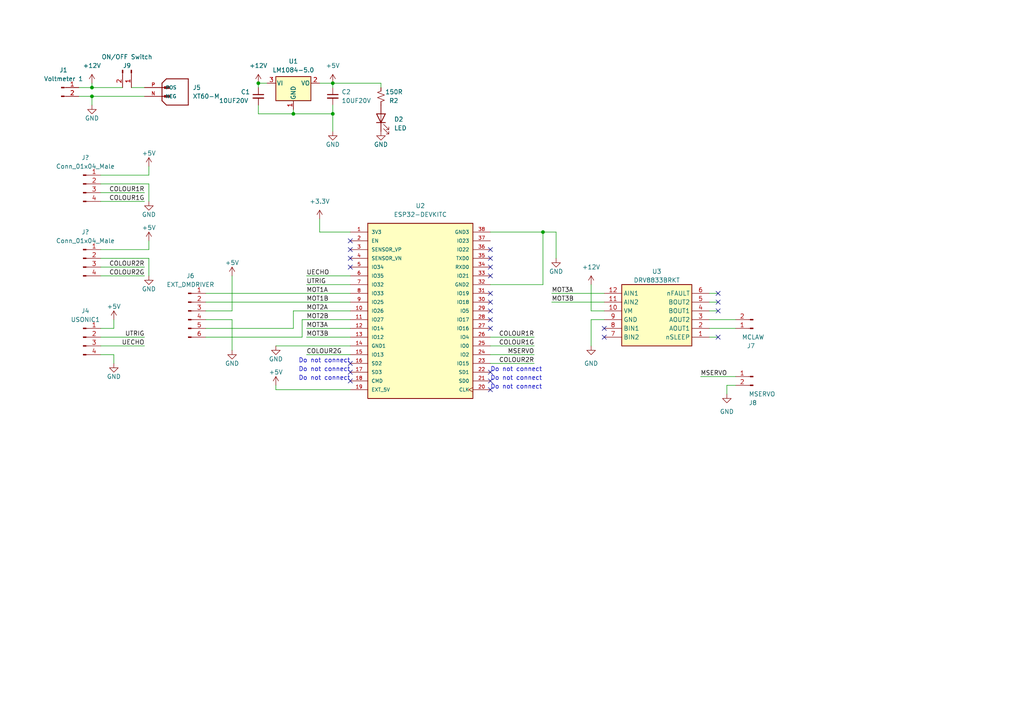
<source format=kicad_sch>
(kicad_sch (version 20211123) (generator eeschema)
  (paper "A4")
  (lib_symbols
    (symbol "Connector:Conn_01x02_Male" (pin_names (offset 1.016) hide)
      (property "Reference" "J" (at 0 2.54 0))
      (property "Value" "Conn_01x02_Male" (at 0 -5.08 0))
      (symbol "Conn_01x02_Male_1_1"
        (polyline (pts (xy 1.27 -2.54) (xy 0.8636 -2.54)) (stroke (width 0.1524)))
        (polyline (pts (xy 1.27 0) (xy 0.8636 0)) (stroke (width 0.1524)))
        (rectangle (start 0.8636 -2.413) (end 0 -2.667) (stroke (width 0.1524)) (fill (type outline)))
        (rectangle (start 0.8636 0.127) (end 0 -0.127) (stroke (width 0.1524)) (fill (type outline)))
        (pin passive line (at 5.08 0 180) (length 3.81) (name "Pin_1") (number "1"))
        (pin passive line (at 5.08 -2.54 180) (length 3.81) (name "Pin_2") (number "2"))
      )
    )
    (symbol "Connector:Conn_01x04_Male" (pin_names (offset 1.016) hide)
      (property "Reference" "J" (at 0 5.08 0))
      (property "Value" "Conn_01x04_Male" (at 0 -7.62 0))
      (symbol "Conn_01x04_Male_1_1"
        (polyline (pts (xy 1.27 -5.08) (xy 0.8636 -5.08)) (stroke (width 0.1524)))
        (polyline (pts (xy 1.27 -2.54) (xy 0.8636 -2.54)) (stroke (width 0.1524)))
        (polyline (pts (xy 1.27 0) (xy 0.8636 0)) (stroke (width 0.1524)))
        (polyline (pts (xy 1.27 2.54) (xy 0.8636 2.54)) (stroke (width 0.1524)))
        (rectangle (start 0.8636 -4.953) (end 0 -5.207) (stroke (width 0.1524)) (fill (type outline)))
        (rectangle (start 0.8636 -2.413) (end 0 -2.667) (stroke (width 0.1524)) (fill (type outline)))
        (rectangle (start 0.8636 0.127) (end 0 -0.127) (stroke (width 0.1524)) (fill (type outline)))
        (rectangle (start 0.8636 2.667) (end 0 2.413) (stroke (width 0.1524)) (fill (type outline)))
        (pin passive line (at 5.08 2.54 180) (length 3.81) (name "Pin_1") (number "1"))
        (pin passive line (at 5.08 0 180) (length 3.81) (name "Pin_2") (number "2"))
        (pin passive line (at 5.08 -2.54 180) (length 3.81) (name "Pin_3") (number "3"))
        (pin passive line (at 5.08 -5.08 180) (length 3.81) (name "Pin_4") (number "4"))
      )
    )
    (symbol "Connector:Conn_01x06_Male" (pin_names (offset 1.016) hide)
      (property "Reference" "J" (at 0 7.62 0))
      (property "Value" "Conn_01x06_Male" (at 0 -10.16 0))
      (symbol "Conn_01x06_Male_1_1"
        (polyline (pts (xy 1.27 -7.62) (xy 0.8636 -7.62)) (stroke (width 0.1524)))
        (polyline (pts (xy 1.27 -5.08) (xy 0.8636 -5.08)) (stroke (width 0.1524)))
        (polyline (pts (xy 1.27 -2.54) (xy 0.8636 -2.54)) (stroke (width 0.1524)))
        (polyline (pts (xy 1.27 0) (xy 0.8636 0)) (stroke (width 0.1524)))
        (polyline (pts (xy 1.27 2.54) (xy 0.8636 2.54)) (stroke (width 0.1524)))
        (polyline (pts (xy 1.27 5.08) (xy 0.8636 5.08)) (stroke (width 0.1524)))
        (rectangle (start 0.8636 -7.493) (end 0 -7.747) (stroke (width 0.1524)) (fill (type outline)))
        (rectangle (start 0.8636 -4.953) (end 0 -5.207) (stroke (width 0.1524)) (fill (type outline)))
        (rectangle (start 0.8636 -2.413) (end 0 -2.667) (stroke (width 0.1524)) (fill (type outline)))
        (rectangle (start 0.8636 0.127) (end 0 -0.127) (stroke (width 0.1524)) (fill (type outline)))
        (rectangle (start 0.8636 2.667) (end 0 2.413) (stroke (width 0.1524)) (fill (type outline)))
        (rectangle (start 0.8636 5.207) (end 0 4.953) (stroke (width 0.1524)) (fill (type outline)))
        (pin passive line (at 5.08 5.08 180) (length 3.81) (name "Pin_1") (number "1"))
        (pin passive line (at 5.08 2.54 180) (length 3.81) (name "Pin_2") (number "2"))
        (pin passive line (at 5.08 0 180) (length 3.81) (name "Pin_3") (number "3"))
        (pin passive line (at 5.08 -2.54 180) (length 3.81) (name "Pin_4") (number "4"))
        (pin passive line (at 5.08 -5.08 180) (length 3.81) (name "Pin_5") (number "5"))
        (pin passive line (at 5.08 -7.62 180) (length 3.81) (name "Pin_6") (number "6"))
      )
    )
    (symbol "DRV8833BRKT:DRV8833BRKT"
      (property "Reference" "U" (at 0 12.7 0))
      (property "Value" "DRV8833BRKT" (at 0 10.16 0))
      (symbol "DRV8833BRKT_0_1"
        (rectangle (start -10.16 8.89) (end 10.16 -8.89) (stroke (width 0.254)) (fill (type background)))
      )
      (symbol "DRV8833BRKT_1_1"
        (pin input line (at -15.24 6.35 0) (length 5.08) (name "nSLEEP") (number "1"))
        (pin power_in line (at 15.24 -1.27 180) (length 5.08) (name "VM") (number "10"))
        (pin input line (at 15.24 -3.81 180) (length 5.08) (name "AIN2") (number "11"))
        (pin input line (at 15.24 -6.35 180) (length 5.08) (name "AIN1") (number "12"))
        (pin power_out line (at -15.24 3.81 0) (length 5.08) (name "AOUT1") (number "2"))
        (pin power_out line (at -15.24 1.27 0) (length 5.08) (name "AOUT2") (number "3"))
        (pin power_out line (at -15.24 -1.27 0) (length 5.08) (name "BOUT1") (number "4"))
        (pin power_out line (at -15.24 -3.81 0) (length 5.08) (name "BOUT2") (number "5"))
        (pin open_collector line (at -15.24 -6.35 0) (length 5.08) (name "nFAULT") (number "6"))
        (pin input line (at 15.24 6.35 180) (length 5.08) (name "BIN2") (number "7"))
        (pin input line (at 15.24 3.81 180) (length 5.08) (name "BIN1") (number "8"))
        (pin power_in line (at 15.24 1.27 180) (length 5.08) (name "GND") (number "9"))
      )
    )
    (symbol "Device:C_Small" (pin_numbers hide) (pin_names (offset 0.254) hide)
      (property "Reference" "C" (at 0.254 1.778 0))
      (property "Value" "C_Small" (at 0.254 -2.032 0))
      (symbol "C_Small_0_1"
        (polyline (pts (xy -1.524 -0.508) (xy 1.524 -0.508)) (stroke (width 0.3302)))
        (polyline (pts (xy -1.524 0.508) (xy 1.524 0.508)) (stroke (width 0.3048)))
      )
      (symbol "C_Small_1_1"
        (pin passive line (at 0 2.54 270) (length 2.032) (name "~") (number "1"))
        (pin passive line (at 0 -2.54 90) (length 2.032) (name "~") (number "2"))
      )
    )
    (symbol "Device:LED" (pin_numbers hide) (pin_names (offset 1.016) hide)
      (property "Reference" "D" (at 0 2.54 0))
      (property "Value" "LED" (at 0 -2.54 0))
      (symbol "LED_0_1"
        (polyline (pts (xy -1.27 -1.27) (xy -1.27 1.27)) (stroke (width 0.254)))
        (polyline (pts (xy -1.27 0) (xy 1.27 0)))
        (polyline (pts (xy 1.27 -1.27) (xy 1.27 1.27) (xy -1.27 0) (xy 1.27 -1.27)) (stroke (width 0.254)))
        (polyline (pts (xy -3.048 -0.762) (xy -4.572 -2.286) (xy -3.81 -2.286) (xy -4.572 -2.286) (xy -4.572 -1.524)))
        (polyline (pts (xy -1.778 -0.762) (xy -3.302 -2.286) (xy -2.54 -2.286) (xy -3.302 -2.286) (xy -3.302 -1.524)))
      )
      (symbol "LED_1_1"
        (pin passive line (at -3.81 0 0) (length 2.54) (name "K") (number "1"))
        (pin passive line (at 3.81 0 180) (length 2.54) (name "A") (number "2"))
      )
    )
    (symbol "Device:R_Small_US" (pin_numbers hide) (pin_names (offset 0.254) hide)
      (property "Reference" "R" (at 0.762 0.508 0))
      (property "Value" "R_Small_US" (at 0.762 -1.016 0))
      (symbol "R_Small_US_1_1"
        (polyline (pts (xy 0 0) (xy 1.016 -0.381) (xy 0 -0.762) (xy -1.016 -1.143) (xy 0 -1.524)))
        (polyline (pts (xy 0 1.524) (xy 1.016 1.143) (xy 0 0.762) (xy -1.016 0.381) (xy 0 0)))
        (pin passive line (at 0 2.54 270) (length 1.016) (name "~") (number "1"))
        (pin passive line (at 0 -2.54 90) (length 1.016) (name "~") (number "2"))
      )
    )
    (symbol "ESP32-DEVKITC:ESP32-DEVKITC" (pin_names (offset 1.016))
      (property "Reference" "U" (at -15.2572 26.0643 0))
      (property "Value" "ESP32-DEVKITC" (at -15.2563 -27.9698 0))
      (symbol "ESP32-DEVKITC_0_0"
        (rectangle (start -15.24 -25.4) (end 15.24 25.4) (stroke (width 0.254)) (fill (type background)))
        (pin power_in line (at -20.32 22.86 0) (length 5.08) (name "3V3") (number "1"))
        (pin bidirectional line (at -20.32 0 0) (length 5.08) (name "IO26") (number "10"))
        (pin bidirectional line (at -20.32 -2.54 0) (length 5.08) (name "IO27") (number "11"))
        (pin bidirectional line (at -20.32 -5.08 0) (length 5.08) (name "IO14") (number "12"))
        (pin bidirectional line (at -20.32 -7.62 0) (length 5.08) (name "IO12") (number "13"))
        (pin power_in line (at -20.32 -10.16 0) (length 5.08) (name "GND1") (number "14"))
        (pin bidirectional line (at -20.32 -12.7 0) (length 5.08) (name "IO13") (number "15"))
        (pin bidirectional line (at -20.32 -15.24 0) (length 5.08) (name "SD2") (number "16"))
        (pin bidirectional line (at -20.32 -17.78 0) (length 5.08) (name "SD3") (number "17"))
        (pin bidirectional line (at -20.32 -20.32 0) (length 5.08) (name "CMD") (number "18"))
        (pin power_in line (at -20.32 -22.86 0) (length 5.08) (name "EXT_5V") (number "19"))
        (pin input line (at -20.32 20.32 0) (length 5.08) (name "EN") (number "2"))
        (pin input clock (at 20.32 -22.86 180) (length 5.08) (name "CLK") (number "20"))
        (pin bidirectional line (at 20.32 -20.32 180) (length 5.08) (name "SD0") (number "21"))
        (pin bidirectional line (at 20.32 -17.78 180) (length 5.08) (name "SD1") (number "22"))
        (pin bidirectional line (at 20.32 -15.24 180) (length 5.08) (name "IO15") (number "23"))
        (pin bidirectional line (at 20.32 -12.7 180) (length 5.08) (name "IO2") (number "24"))
        (pin bidirectional line (at 20.32 -10.16 180) (length 5.08) (name "IO0") (number "25"))
        (pin bidirectional line (at 20.32 -7.62 180) (length 5.08) (name "IO4") (number "26"))
        (pin bidirectional line (at 20.32 -5.08 180) (length 5.08) (name "IO16") (number "27"))
        (pin bidirectional line (at 20.32 -2.54 180) (length 5.08) (name "IO17") (number "28"))
        (pin bidirectional line (at 20.32 0 180) (length 5.08) (name "IO5") (number "29"))
        (pin input line (at -20.32 17.78 0) (length 5.08) (name "SENSOR_VP") (number "3"))
        (pin bidirectional line (at 20.32 2.54 180) (length 5.08) (name "IO18") (number "30"))
        (pin bidirectional line (at 20.32 5.08 180) (length 5.08) (name "IO19") (number "31"))
        (pin power_in line (at 20.32 7.62 180) (length 5.08) (name "GND2") (number "32"))
        (pin bidirectional line (at 20.32 10.16 180) (length 5.08) (name "IO21") (number "33"))
        (pin input line (at 20.32 12.7 180) (length 5.08) (name "RXD0") (number "34"))
        (pin output line (at 20.32 15.24 180) (length 5.08) (name "TXD0") (number "35"))
        (pin bidirectional line (at 20.32 17.78 180) (length 5.08) (name "IO22") (number "36"))
        (pin bidirectional line (at 20.32 20.32 180) (length 5.08) (name "IO23") (number "37"))
        (pin power_in line (at 20.32 22.86 180) (length 5.08) (name "GND3") (number "38"))
        (pin input line (at -20.32 15.24 0) (length 5.08) (name "SENSOR_VN") (number "4"))
        (pin bidirectional line (at -20.32 12.7 0) (length 5.08) (name "IO34") (number "5"))
        (pin bidirectional line (at -20.32 10.16 0) (length 5.08) (name "IO35") (number "6"))
        (pin bidirectional line (at -20.32 7.62 0) (length 5.08) (name "IO32") (number "7"))
        (pin bidirectional line (at -20.32 5.08 0) (length 5.08) (name "IO33") (number "8"))
        (pin bidirectional line (at -20.32 2.54 0) (length 5.08) (name "IO25") (number "9"))
      )
    )
    (symbol "Regulator_Linear:LM1084-5.0" (pin_names (offset 0.254))
      (property "Reference" "U" (at -3.81 3.175 0))
      (property "Value" "LM1084-5.0" (at 0 3.175 0))
      (symbol "LM1084-5.0_0_1"
        (rectangle (start -5.08 1.905) (end 5.08 -5.08) (stroke (width 0.254)) (fill (type background)))
      )
      (symbol "LM1084-5.0_1_1"
        (pin power_in line (at 0 -7.62 90) (length 2.54) (name "GND") (number "1"))
        (pin power_out line (at 7.62 0 180) (length 2.54) (name "VO") (number "2"))
        (pin power_in line (at -7.62 0 0) (length 2.54) (name "VI") (number "3"))
      )
    )
    (symbol "XT60-M:XT60-M" (pin_names (offset 1.016))
      (property "Reference" "J" (at 0 6.35 0))
      (property "Value" "XT60-M" (at 0 -5.08 0))
      (symbol "XT60-M_0_0"
        (polyline (pts (xy 0 -1.27) (xy 1.27 -2.54)) (stroke (width 0.254)))
        (polyline (pts (xy 0 0) (xy 1.905 0)) (stroke (width 0.254)))
        (polyline (pts (xy 0 2.54) (xy 0 -1.27)) (stroke (width 0.254)))
        (polyline (pts (xy 0 2.54) (xy 1.905 2.54)) (stroke (width 0.254)))
        (polyline (pts (xy 0 3.81) (xy 0 2.54)) (stroke (width 0.254)))
        (polyline (pts (xy 0 3.81) (xy 1.27 5.08)) (stroke (width 0.254)))
        (polyline (pts (xy 1.27 -2.54) (xy 7.62 -2.54)) (stroke (width 0.254)))
        (polyline (pts (xy 7.62 -2.54) (xy 7.62 5.08)) (stroke (width 0.254)))
        (polyline (pts (xy 7.62 5.08) (xy 1.27 5.08)) (stroke (width 0.254)))
        (rectangle (start 0.635 -0.3175) (end 2.2225 0.3175) (stroke (width 0.1)) (fill (type outline)))
        (rectangle (start 0.635 2.2225) (end 2.2225 2.8575) (stroke (width 0.1)) (fill (type outline)))
        (pin passive line (at -5.08 0 0) (length 5.08) (name "NEG") (number "N"))
        (pin passive line (at -5.08 2.54 0) (length 5.08) (name "POS") (number "P"))
      )
    )
    (symbol "power:+12V" (power) (pin_names (offset 0))
      (property "Value" "+12V" (at 0 3.556 0))
      (symbol "+12V_0_1"
        (polyline (pts (xy -0.762 1.27) (xy 0 2.54)))
        (polyline (pts (xy 0 0) (xy 0 2.54)))
        (polyline (pts (xy 0 2.54) (xy 0.762 1.27)))
      )
      (symbol "+12V_1_1"
        (pin power_in line (at 0 0 90) (length 0) hide (name "+12V") (number "1"))
      )
    )
    (symbol "power:+3.3V" (power) (pin_names (offset 0))
      (property "Value" "+3.3V" (at 0 3.556 0))
      (symbol "+3.3V_0_1"
        (polyline (pts (xy -0.762 1.27) (xy 0 2.54)))
        (polyline (pts (xy 0 0) (xy 0 2.54)))
        (polyline (pts (xy 0 2.54) (xy 0.762 1.27)))
      )
      (symbol "+3.3V_1_1"
        (pin power_in line (at 0 0 90) (length 0) hide (name "+3.3V") (number "1"))
      )
    )
    (symbol "power:+5V" (power) (pin_names (offset 0))
      (property "Value" "+5V" (at 0 3.556 0))
      (symbol "+5V_0_1"
        (polyline (pts (xy -0.762 1.27) (xy 0 2.54)))
        (polyline (pts (xy 0 0) (xy 0 2.54)))
        (polyline (pts (xy 0 2.54) (xy 0.762 1.27)))
      )
      (symbol "+5V_1_1"
        (pin power_in line (at 0 0 90) (length 0) hide (name "+5V") (number "1"))
      )
    )
    (symbol "power:GND" (power) (pin_names (offset 0))
      (property "Value" "GND" (at 0 -3.81 0))
      (symbol "GND_0_1"
        (polyline (pts (xy 0 0) (xy 0 -1.27) (xy 1.27 -1.27) (xy 0 -2.54) (xy -1.27 -1.27) (xy 0 -1.27)))
      )
      (symbol "GND_1_1"
        (pin power_in line (at 0 0 270) (length 0) hide (name "GND") (number "1"))
      )
    )
  )
  (junction (at 157.48 67.31))
  (junction (at 85.09 33.02))
  (junction (at 26.67 25.4))
  (junction (at 74.93 24.13))
  (junction (at 96.52 33.02))
  (junction (at 96.52 24.13))
  (junction (at 26.67 27.94))
  (no_connect (at 142.24 85.09))
  (no_connect (at 101.6 69.85))
  (no_connect (at 142.24 92.71))
  (no_connect (at 101.6 74.93))
  (no_connect (at 142.24 72.39))
  (no_connect (at 208.28 87.63))
  (no_connect (at 142.24 110.49))
  (no_connect (at 101.6 72.39))
  (no_connect (at 101.6 105.41))
  (no_connect (at 142.24 87.63))
  (no_connect (at 142.24 107.95))
  (no_connect (at 208.28 97.79))
  (no_connect (at 142.24 95.25))
  (no_connect (at 208.28 85.09))
  (no_connect (at 101.6 77.47))
  (no_connect (at 208.28 90.17))
  (no_connect (at 175.26 95.25))
  (no_connect (at 101.6 107.95))
  (no_connect (at 142.24 113.03))
  (no_connect (at 142.24 77.47))
  (no_connect (at 175.26 97.79))
  (no_connect (at 101.6 110.49))
  (no_connect (at 142.24 74.93))
  (no_connect (at 142.24 80.01))
  (no_connect (at 142.24 90.17))
  (wire (pts (xy 85.09 90.17) (xy 85.09 95.25)))
  (wire (pts (xy 43.18 48.26) (xy 43.18 50.8)))
  (wire (pts (xy 208.28 87.63) (xy 205.74 87.63)))
  (wire (pts (xy 208.28 90.17) (xy 205.74 90.17)))
  (wire (pts (xy 26.67 25.4) (xy 26.67 24.13)))
  (wire (pts (xy 88.9 82.55) (xy 101.6 82.55)))
  (wire (pts (xy 33.02 92.71) (xy 33.02 95.25)))
  (wire (pts (xy 88.9 95.25) (xy 101.6 95.25)))
  (wire (pts (xy 157.48 67.31) (xy 161.29 67.31)))
  (wire (pts (xy 96.52 24.13) (xy 110.49 24.13)))
  (wire (pts (xy 87.63 92.71) (xy 101.6 92.71)))
  (wire (pts (xy 203.2 109.22) (xy 213.36 109.22)))
  (wire (pts (xy 160.02 87.63) (xy 175.26 87.63)))
  (wire (pts (xy 171.45 92.71) (xy 171.45 100.33)))
  (wire (pts (xy 29.21 97.79) (xy 41.91 97.79)))
  (wire (pts (xy 67.31 80.01) (xy 67.31 90.17)))
  (wire (pts (xy 80.01 113.03) (xy 101.6 113.03)))
  (wire (pts (xy 80.01 100.33) (xy 101.6 100.33)))
  (wire (pts (xy 85.09 33.02) (xy 85.09 31.75)))
  (wire (pts (xy 26.67 27.94) (xy 41.91 27.94)))
  (wire (pts (xy 213.36 95.25) (xy 205.74 95.25)))
  (wire (pts (xy 96.52 25.4) (xy 96.52 24.13)))
  (wire (pts (xy 85.09 90.17) (xy 101.6 90.17)))
  (wire (pts (xy 29.21 50.8) (xy 43.18 50.8)))
  (wire (pts (xy 41.91 77.47) (xy 29.21 77.47)))
  (wire (pts (xy 157.48 82.55) (xy 157.48 67.31)))
  (wire (pts (xy 38.1 25.4) (xy 41.91 25.4)))
  (wire (pts (xy 92.71 63.5) (xy 92.71 67.31)))
  (wire (pts (xy 213.36 92.71) (xy 205.74 92.71)))
  (wire (pts (xy 88.9 80.01) (xy 101.6 80.01)))
  (wire (pts (xy 154.94 100.33) (xy 142.24 100.33)))
  (wire (pts (xy 96.52 30.48) (xy 96.52 33.02)))
  (wire (pts (xy 213.36 111.76) (xy 210.82 111.76)))
  (wire (pts (xy 67.31 101.6) (xy 67.31 92.71)))
  (wire (pts (xy 85.09 33.02) (xy 96.52 33.02)))
  (wire (pts (xy 208.28 85.09) (xy 205.74 85.09)))
  (wire (pts (xy 142.24 82.55) (xy 157.48 82.55)))
  (wire (pts (xy 33.02 102.87) (xy 33.02 105.41)))
  (wire (pts (xy 87.63 92.71) (xy 87.63 97.79)))
  (wire (pts (xy 96.52 33.02) (xy 96.52 38.1)))
  (wire (pts (xy 154.94 105.41) (xy 142.24 105.41)))
  (wire (pts (xy 154.94 97.79) (xy 142.24 97.79)))
  (wire (pts (xy 26.67 27.94) (xy 26.67 30.48)))
  (wire (pts (xy 74.93 25.4) (xy 74.93 24.13)))
  (wire (pts (xy 171.45 82.55) (xy 171.45 90.17)))
  (wire (pts (xy 80.01 111.76) (xy 80.01 113.03)))
  (wire (pts (xy 85.09 95.25) (xy 59.69 95.25)))
  (wire (pts (xy 88.9 102.87) (xy 101.6 102.87)))
  (wire (pts (xy 26.67 25.4) (xy 35.56 25.4)))
  (wire (pts (xy 29.21 53.34) (xy 43.18 53.34)))
  (wire (pts (xy 110.49 25.4) (xy 110.49 24.13)))
  (wire (pts (xy 74.93 33.02) (xy 85.09 33.02)))
  (wire (pts (xy 142.24 102.87) (xy 154.94 102.87)))
  (wire (pts (xy 160.02 85.09) (xy 175.26 85.09)))
  (wire (pts (xy 41.91 55.88) (xy 29.21 55.88)))
  (wire (pts (xy 41.91 58.42) (xy 29.21 58.42)))
  (wire (pts (xy 74.93 30.48) (xy 74.93 33.02)))
  (wire (pts (xy 29.21 72.39) (xy 43.18 72.39)))
  (wire (pts (xy 142.24 67.31) (xy 157.48 67.31)))
  (wire (pts (xy 29.21 100.33) (xy 41.91 100.33)))
  (wire (pts (xy 43.18 69.85) (xy 43.18 72.39)))
  (wire (pts (xy 43.18 74.93) (xy 43.18 80.01)))
  (wire (pts (xy 92.71 24.13) (xy 96.52 24.13)))
  (wire (pts (xy 67.31 92.71) (xy 59.69 92.71)))
  (wire (pts (xy 208.28 97.79) (xy 205.74 97.79)))
  (wire (pts (xy 175.26 90.17) (xy 171.45 90.17)))
  (wire (pts (xy 67.31 90.17) (xy 59.69 90.17)))
  (wire (pts (xy 59.69 87.63) (xy 101.6 87.63)))
  (wire (pts (xy 22.86 27.94) (xy 26.67 27.94)))
  (wire (pts (xy 22.86 25.4) (xy 26.67 25.4)))
  (wire (pts (xy 29.21 95.25) (xy 33.02 95.25)))
  (wire (pts (xy 29.21 102.87) (xy 33.02 102.87)))
  (wire (pts (xy 210.82 111.76) (xy 210.82 114.3)))
  (wire (pts (xy 41.91 80.01) (xy 29.21 80.01)))
  (wire (pts (xy 161.29 67.31) (xy 161.29 74.93)))
  (wire (pts (xy 101.6 67.31) (xy 92.71 67.31)))
  (wire (pts (xy 59.69 97.79) (xy 87.63 97.79)))
  (wire (pts (xy 29.21 74.93) (xy 43.18 74.93)))
  (wire (pts (xy 43.18 53.34) (xy 43.18 58.42)))
  (wire (pts (xy 175.26 92.71) (xy 171.45 92.71)))
  (wire (pts (xy 88.9 97.79) (xy 101.6 97.79)))
  (wire (pts (xy 77.47 24.13) (xy 74.93 24.13)))
  (wire (pts (xy 59.69 85.09) (xy 101.6 85.09)))
  (text "Do not connect" (at 101.6 105.41 180) (effects (font (size 1.27 1.27)) (justify right bottom)))
  (text "Do not connect" (at 101.6 110.49 180) (effects (font (size 1.27 1.27)) (justify right bottom)))
  (text "Do not connect" (at 142.24 113.03 0) (effects (font (size 1.27 1.27)) (justify left bottom)))
  (text "Do not connect" (at 101.6 107.95 180) (effects (font (size 1.27 1.27)) (justify right bottom)))
  (text "Do not connect" (at 142.24 107.95 0) (effects (font (size 1.27 1.27)) (justify left bottom)))
  (text "Do not connect" (at 142.24 110.49 0) (effects (font (size 1.27 1.27)) (justify left bottom)))
  (label "MOT2B" (at 88.9 92.71 0))
  (label "UECHO" (at 41.91 100.33 180))
  (label "UTRIG" (at 41.91 97.79 180))
  (label "COLOUR2R" (at 154.94 105.41 180))
  (label "MSERVO" (at 203.2 109.22 0))
  (label "MOT3A" (at 160.02 85.09 0))
  (label "COLOUR1R" (at 154.94 97.79 180))
  (label "COLOUR2R" (at 41.91 77.47 180))
  (label "MOT3A" (at 88.9 95.25 0))
  (label "COLOUR1G" (at 154.94 100.33 180))
  (label "UTRIG" (at 88.9 82.55 0))
  (label "COLOUR2G" (at 88.9 102.87 0))
  (label "COLOUR2G" (at 41.91 80.01 180))
  (label "MSERVO" (at 154.94 102.87 180))
  (label "MOT3B" (at 88.9 97.79 0))
  (label "COLOUR1R" (at 41.91 55.88 180))
  (label "MOT3B" (at 160.02 87.63 0))
  (label "MOT2A" (at 88.9 90.17 0))
  (label "MOT1B" (at 88.9 87.63 0))
  (label "COLOUR1G" (at 41.91 58.42 180))
  (label "UECHO" (at 88.9 80.01 0))
  (label "MOT1A" (at 88.9 85.09 0))
  (symbol (lib_id "Regulator_Linear:LM1084-5.0") (at 85.09 24.13 0) (unit 1)
    (property "Reference" "U1" (at 85.09 17.78 0))
    (property "Value" "LM1084-5.0" (at 85.09 20.32 0))
    (property "Footprint" "Package_TO_SOT_SMD:TO-263-3_TabPin2" (effects hide))
    (property "Datasheet" "http://www.ti.com/lit/ds/symlink/lm1084.pdf" (effects hide))
  )
  (symbol (lib_id "Connector:Conn_01x04_Male") (at 24.13 74.93 0) (unit 1)
    (property "Reference" "J?" (at 24.765 67.31 0))
    (property "Value" "Conn_01x04_Male" (at 24.765 69.85 0))
  )
  (symbol (lib_id "Connector:Conn_01x02_Male") (at 17.78 25.4 0) (unit 1)
    (property "Reference" "J1" (at 18.415 20.32 0))
    (property "Value" "Voltmeter 1" (at 18.415 22.86 0))
    (property "Footprint" "Connector_PinHeader_2.54mm:PinHeader_1x02_P2.54mm_Vertical" (effects hide))
  )
  (symbol (lib_id "power:+12V") (at 74.93 24.13 0) (unit 1)
    (property "Reference" "#PWR0104" (effects hide))
    (property "Value" "+12V" (at 74.93 19.05 0))
  )
  (symbol (lib_id "power:GND") (at 161.29 74.93 0) (unit 1)
    (property "Reference" "#PWR0111" (effects hide))
    (property "Value" "GND" (at 161.29 78.74 0))
  )
  (symbol (lib_id "power:GND") (at 43.18 80.01 0) (unit 1)
    (property "Reference" "#PWR0116" (effects hide))
    (property "Value" "GND" (at 43.18 83.82 0))
  )
  (symbol (lib_id "Connector:Conn_01x02_Male") (at 218.44 95.25 180) (unit 1)
    (property "Reference" "J7" (at 217.805 100.33 0))
    (property "Value" "MCLAW" (at 218.44 97.79 0))
    (property "Footprint" "Connector_PinHeader_2.54mm:PinHeader_1x02_P2.54mm_Vertical" (effects hide))
  )
  (symbol (lib_id "power:+5V") (at 67.31 80.01 0) (unit 1)
    (property "Reference" "#PWR0117" (effects hide))
    (property "Value" "+5V" (at 67.31 76.2 0))
  )
  (symbol (lib_id "power:GND") (at 171.45 100.33 0) (mirror y) (unit 1)
    (property "Reference" "#PWR0109" (effects hide))
    (property "Value" "GND" (at 171.45 105.41 0))
  )
  (symbol (lib_id "power:+12V") (at 171.45 82.55 0) (unit 1)
    (property "Reference" "#PWR0110" (effects hide))
    (property "Value" "+12V" (at 171.45 77.47 0))
  )
  (symbol (lib_id "Connector:Conn_01x06_Male") (at 54.61 90.17 0) (unit 1)
    (property "Reference" "J6" (at 55.245 80.01 0))
    (property "Value" "EXT_DMDRIVER" (at 55.245 82.55 0))
    (property "Footprint" "Connector_PinHeader_2.54mm:PinHeader_1x06_P2.54mm_Vertical" (effects hide))
  )
  (symbol (lib_id "power:+5V") (at 96.52 24.13 0) (unit 1)
    (property "Reference" "#PWR0103" (effects hide))
    (property "Value" "+5V" (at 96.52 19.05 0))
  )
  (symbol (lib_id "Device:R_Small_US") (at 110.49 27.94 0) (mirror x) (unit 1)
    (property "Reference" "R2" (at 115.57 29.21 0) (effects (justify right)))
    (property "Value" "150R" (at 116.84 26.67 0) (effects (justify right)))
    (property "Footprint" "Resistor_SMD:R_0805_2012Metric" (effects hide))
  )
  (symbol (lib_id "power:+5V") (at 33.02 92.71 0) (unit 1)
    (property "Reference" "#PWR0118" (effects hide))
    (property "Value" "+5V" (at 33.02 88.9 0))
  )
  (symbol (lib_id "Connector:Conn_01x04_Male") (at 24.13 97.79 0) (unit 1)
    (property "Reference" "J4" (at 24.765 90.17 0))
    (property "Value" "USONIC1" (at 24.765 92.71 0))
    (property "Footprint" "Connector_PinHeader_2.54mm:PinHeader_1x04_P2.54mm_Vertical" (effects hide))
  )
  (symbol (lib_id "power:+5V") (at 43.18 48.26 0) (unit 1)
    (property "Reference" "#PWR0107" (effects hide))
    (property "Value" "+5V" (at 43.18 44.45 0))
  )
  (symbol (lib_id "power:GND") (at 80.01 100.33 0) (unit 1)
    (property "Reference" "#PWR0113" (effects hide))
    (property "Value" "GND" (at 80.01 104.14 0))
  )
  (symbol (lib_id "power:GND") (at 43.18 58.42 0) (unit 1)
    (property "Reference" "#PWR0106" (effects hide))
    (property "Value" "GND" (at 43.18 62.23 0))
  )
  (symbol (lib_id "power:+5V") (at 43.18 69.85 0) (unit 1)
    (property "Reference" "#PWR0121" (effects hide))
    (property "Value" "+5V" (at 43.18 66.04 0))
  )
  (symbol (lib_id "power:GND") (at 110.49 38.1 0) (unit 1)
    (property "Reference" "#PWR0101" (effects hide))
    (property "Value" "GND" (at 110.49 41.91 0))
  )
  (symbol (lib_id "power:+5V") (at 80.01 111.76 0) (unit 1)
    (property "Reference" "#PWR0120" (effects hide))
    (property "Value" "+5V" (at 80.01 107.95 0))
  )
  (symbol (lib_id "power:GND") (at 210.82 114.3 0) (mirror y) (unit 1)
    (property "Reference" "#PWR0112" (effects hide))
    (property "Value" "GND" (at 210.82 119.38 0))
  )
  (symbol (lib_id "Connector:Conn_01x04_Male") (at 24.13 53.34 0) (unit 1)
    (property "Reference" "J?" (at 24.765 45.72 0))
    (property "Value" "Conn_01x04_Male" (at 24.765 48.26 0))
  )
  (symbol (lib_id "power:GND") (at 26.67 30.48 0) (unit 1)
    (property "Reference" "#PWR0108" (effects hide))
    (property "Value" "GND" (at 26.67 34.29 0))
  )
  (symbol (lib_id "power:+12V") (at 26.67 24.13 0) (unit 1)
    (property "Reference" "#PWR0105" (effects hide))
    (property "Value" "+12V" (at 26.67 19.05 0))
  )
  (symbol (lib_id "Device:C_Small") (at 74.93 27.94 0) (mirror y) (unit 1)
    (property "Reference" "C1" (at 69.85 26.67 0) (effects (justify right)))
    (property "Value" "10UF20V" (at 63.5 29.21 0) (effects (justify right)))
    (property "Footprint" "Capacitor_SMD:C_0805_2012Metric" (effects hide))
  )
  (symbol (lib_id "Device:C_Small") (at 96.52 27.94 0) (mirror y) (unit 1)
    (property "Reference" "C2" (at 99.06 26.67 0) (effects (justify right)))
    (property "Value" "10UF20V" (at 99.06 29.21 0) (effects (justify right)))
    (property "Footprint" "Capacitor_SMD:C_0805_2012Metric" (effects hide))
  )
  (symbol (lib_id "Connector:Conn_01x02_Male") (at 38.1 20.32 270) (unit 1)
    (property "Reference" "J9" (at 36.83 19.05 90))
    (property "Value" "ON/OFF Switch" (at 36.83 16.51 90))
    (property "Footprint" "Connector_PinHeader_2.54mm:PinHeader_1x02_P2.54mm_Vertical" (effects hide))
  )
  (symbol (lib_id "Connector:Conn_01x02_Male") (at 218.44 109.22 0) (mirror y) (unit 1)
    (property "Reference" "J8" (at 217.17 116.84 0) (effects (justify right)))
    (property "Value" "MSERVO" (at 217.17 114.3 0) (effects (justify right)))
    (property "Footprint" "Connector_PinHeader_2.54mm:PinHeader_1x02_P2.54mm_Vertical" (effects hide))
  )
  (symbol (lib_id "DRV8833BRKT:DRV8833BRKT") (at 190.5 91.44 180) (unit 1)
    (property "Reference" "U3" (at 190.5 78.74 0))
    (property "Value" "DRV8833BRKT" (at 190.5 81.28 0))
    (property "Footprint" "DRV8833BRKT:DRV8833BRKT" (effects hide))
  )
  (symbol (lib_id "power:+3.3V") (at 92.71 63.5 0) (unit 1)
    (property "Reference" "#PWR0115" (effects hide))
    (property "Value" "+3.3V" (at 92.71 58.42 0))
  )
  (symbol (lib_id "XT60-M:XT60-M") (at 46.99 27.94 0) (unit 1)
    (property "Reference" "J5" (at 55.88 25.3999 0) (effects (justify left)))
    (property "Value" "XT60-M" (at 55.88 27.9399 0) (effects (justify left)))
    (property "Footprint" "AMASS_XT60-M" (effects hide))
    (property "PARTREV" "V1.2" (effects hide))
    (property "MANUFACTURER" "AMASS" (effects hide))
    (property "MAXIMUM_PACKAGE_HEIGHT" "16.00 mm" (effects hide))
    (property "STANDARD" "IPC 7351B" (effects hide))
  )
  (symbol (lib_id "Device:LED") (at 110.49 34.29 90) (unit 1)
    (property "Reference" "D2" (at 114.3 34.6074 90) (effects (justify right)))
    (property "Value" "LED" (at 114.3 37.1474 90) (effects (justify right)))
    (property "Footprint" "LED_SMD:LED_0603_1608Metric" (effects hide))
  )
  (symbol (lib_id "power:GND") (at 96.52 38.1 0) (unit 1)
    (property "Reference" "#PWR0102" (effects hide))
    (property "Value" "GND" (at 96.52 41.91 0))
  )
  (symbol (lib_id "power:GND") (at 33.02 105.41 0) (unit 1)
    (property "Reference" "#PWR0119" (effects hide))
    (property "Value" "GND" (at 33.02 109.22 0))
  )
  (symbol (lib_id "ESP32-DEVKITC:ESP32-DEVKITC") (at 121.92 90.17 0) (unit 1)
    (property "Reference" "U2" (at 121.92 59.69 0))
    (property "Value" "ESP32-DEVKITC" (at 121.92 62.23 0))
    (property "Footprint" "ESP32-DEVKITC:MODULE_ESP32-DEVKITC" (effects hide))
    (property "STANDARD" "Manufacturer Recommendations" (effects hide))
    (property "PARTREV" "N/A" (effects hide))
    (property "MANUFACTURER" "ESPRESSIF" (effects hide))
  )
  (symbol (lib_id "power:GND") (at 67.31 101.6 0) (unit 1)
    (property "Reference" "#PWR0114" (effects hide))
    (property "Value" "GND" (at 67.31 105.41 0))
  )
)
</source>
